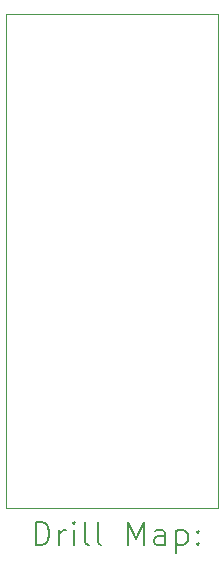
<source format=gbr>
%TF.GenerationSoftware,KiCad,Pcbnew,(6.0.11-0)*%
%TF.CreationDate,2023-06-06T19:27:01+02:00*%
%TF.ProjectId,soj36_to_dip,736f6a33-365f-4746-9f5f-6469702e6b69,rev?*%
%TF.SameCoordinates,Original*%
%TF.FileFunction,Drillmap*%
%TF.FilePolarity,Positive*%
%FSLAX45Y45*%
G04 Gerber Fmt 4.5, Leading zero omitted, Abs format (unit mm)*
G04 Created by KiCad (PCBNEW (6.0.11-0)) date 2023-06-06 19:27:01*
%MOMM*%
%LPD*%
G01*
G04 APERTURE LIST*
%ADD10C,0.050000*%
%ADD11C,0.200000*%
G04 APERTURE END LIST*
D10*
X14551660Y-10342880D02*
X14551660Y-6154420D01*
X16352520Y-10342880D02*
X14551660Y-10342880D01*
X16352520Y-6154420D02*
X16352520Y-10342880D01*
X14551660Y-6154420D02*
X16352520Y-6154420D01*
D11*
X14806779Y-10655856D02*
X14806779Y-10455856D01*
X14854398Y-10455856D01*
X14882969Y-10465380D01*
X14902017Y-10484428D01*
X14911541Y-10503475D01*
X14921065Y-10541570D01*
X14921065Y-10570142D01*
X14911541Y-10608237D01*
X14902017Y-10627285D01*
X14882969Y-10646332D01*
X14854398Y-10655856D01*
X14806779Y-10655856D01*
X15006779Y-10655856D02*
X15006779Y-10522523D01*
X15006779Y-10560618D02*
X15016303Y-10541570D01*
X15025827Y-10532047D01*
X15044874Y-10522523D01*
X15063922Y-10522523D01*
X15130588Y-10655856D02*
X15130588Y-10522523D01*
X15130588Y-10455856D02*
X15121065Y-10465380D01*
X15130588Y-10474904D01*
X15140112Y-10465380D01*
X15130588Y-10455856D01*
X15130588Y-10474904D01*
X15254398Y-10655856D02*
X15235350Y-10646332D01*
X15225827Y-10627285D01*
X15225827Y-10455856D01*
X15359160Y-10655856D02*
X15340112Y-10646332D01*
X15330588Y-10627285D01*
X15330588Y-10455856D01*
X15587731Y-10655856D02*
X15587731Y-10455856D01*
X15654398Y-10598713D01*
X15721065Y-10455856D01*
X15721065Y-10655856D01*
X15902017Y-10655856D02*
X15902017Y-10551094D01*
X15892493Y-10532047D01*
X15873446Y-10522523D01*
X15835350Y-10522523D01*
X15816303Y-10532047D01*
X15902017Y-10646332D02*
X15882969Y-10655856D01*
X15835350Y-10655856D01*
X15816303Y-10646332D01*
X15806779Y-10627285D01*
X15806779Y-10608237D01*
X15816303Y-10589190D01*
X15835350Y-10579666D01*
X15882969Y-10579666D01*
X15902017Y-10570142D01*
X15997255Y-10522523D02*
X15997255Y-10722523D01*
X15997255Y-10532047D02*
X16016303Y-10522523D01*
X16054398Y-10522523D01*
X16073446Y-10532047D01*
X16082969Y-10541570D01*
X16092493Y-10560618D01*
X16092493Y-10617761D01*
X16082969Y-10636809D01*
X16073446Y-10646332D01*
X16054398Y-10655856D01*
X16016303Y-10655856D01*
X15997255Y-10646332D01*
X16178208Y-10636809D02*
X16187731Y-10646332D01*
X16178208Y-10655856D01*
X16168684Y-10646332D01*
X16178208Y-10636809D01*
X16178208Y-10655856D01*
X16178208Y-10532047D02*
X16187731Y-10541570D01*
X16178208Y-10551094D01*
X16168684Y-10541570D01*
X16178208Y-10532047D01*
X16178208Y-10551094D01*
M02*

</source>
